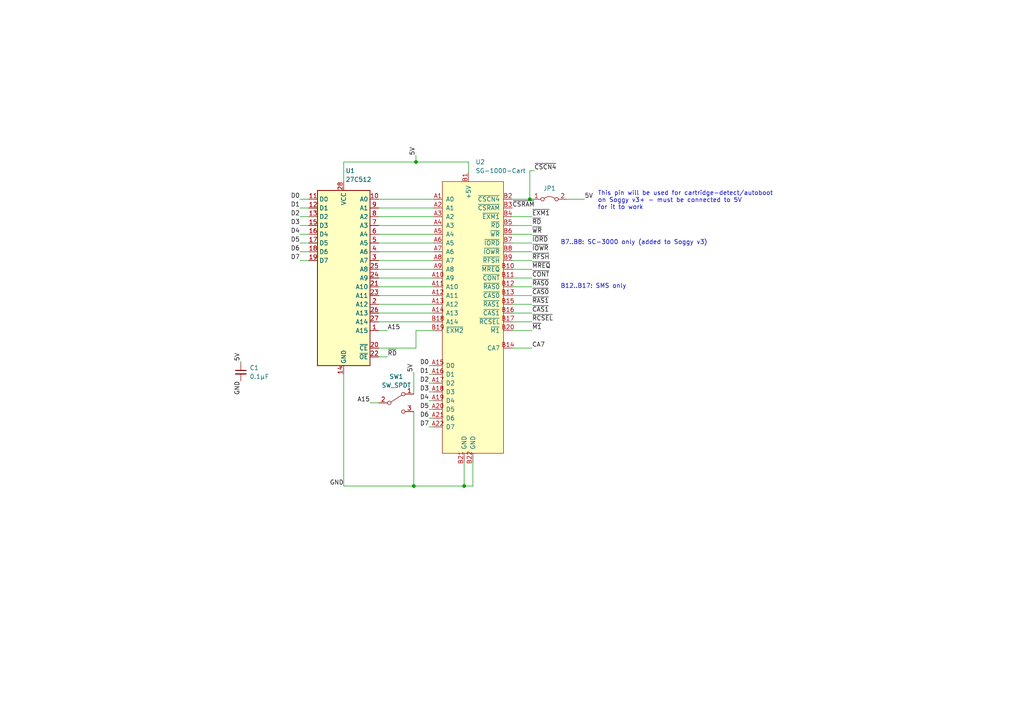
<source format=kicad_sch>
(kicad_sch (version 20211123) (generator eeschema)
  (paper "A4")
  (lib_symbols
    (symbol "Device:C_Small" (pin_numbers hide) (pin_names (offset 0.254) hide)
      (property "Reference" "C" (at 0.254 1.778 0))
      (property "Value" "C_Small" (at 0.254 -2.032 0))
      (symbol "C_Small_0_1"
        (polyline (pts (xy -1.524 -0.508) (xy 1.524 -0.508)) (stroke (width 0.3302)))
        (polyline (pts (xy -1.524 0.508) (xy 1.524 0.508)) (stroke (width 0.3048)))
      )
      (symbol "C_Small_1_1"
        (pin passive line (at 0 2.54 270) (length 2.032) (name "~") (number "1"))
        (pin passive line (at 0 -2.54 90) (length 2.032) (name "~") (number "2"))
      )
    )
    (symbol "Jumper:Jumper_2_Bridged" (pin_names (offset 0) hide)
      (property "Reference" "JP" (at 0 1.905 0))
      (property "Value" "Jumper_2_Bridged" (at 0 -2.54 0))
      (symbol "Jumper_2_Bridged_0_0"
        (circle (center -2.032 0) (radius 0.508))
        (circle (center 2.032 0) (radius 0.508))
      )
      (symbol "Jumper_2_Bridged_0_1"
        (arc (start 1.524 0.254) (mid 0 0.762) (end -1.524 0.254))
      )
      (symbol "Jumper_2_Bridged_1_1"
        (pin passive line (at -5.08 0 0) (length 2.54) (name "A") (number "1"))
        (pin passive line (at 5.08 0 180) (length 2.54) (name "B") (number "2"))
      )
    )
    (symbol "LeadedSolder:SG-1000-Cart" (pin_names (offset 1.016))
      (property "Reference" "U" (at 0 -72.39 0))
      (property "Value" "SG-1000-Cart" (at 0 -69.85 0))
      (symbol "SG-1000-Cart_0_1"
        (rectangle (start -7.62 13.97) (end 10.16 -64.77) (fill (type background)))
      )
      (symbol "SG-1000-Cart_1_1"
        (pin input line (at -10.16 8.89 0) (length 2.54) (name "A0") (number "A1"))
        (pin input line (at -10.16 -13.97 0) (length 2.54) (name "A9") (number "A10"))
        (pin input line (at -10.16 -16.51 0) (length 2.54) (name "A10") (number "A11"))
        (pin input line (at -10.16 -19.05 0) (length 2.54) (name "A11") (number "A12"))
        (pin input line (at -10.16 -21.59 0) (length 2.54) (name "A12") (number "A13"))
        (pin input line (at -10.16 -24.13 0) (length 2.54) (name "A13") (number "A14"))
        (pin bidirectional line (at -10.16 -39.37 0) (length 2.54) (name "D0") (number "A15"))
        (pin bidirectional line (at -10.16 -41.91 0) (length 2.54) (name "D1") (number "A16"))
        (pin bidirectional line (at -10.16 -44.45 0) (length 2.54) (name "D2") (number "A17"))
        (pin bidirectional line (at -10.16 -46.99 0) (length 2.54) (name "D3") (number "A18"))
        (pin bidirectional line (at -10.16 -49.53 0) (length 2.54) (name "D4") (number "A19"))
        (pin input line (at -10.16 6.35 0) (length 2.54) (name "A1") (number "A2"))
        (pin bidirectional line (at -10.16 -52.07 0) (length 2.54) (name "D5") (number "A20"))
        (pin bidirectional line (at -10.16 -54.61 0) (length 2.54) (name "D6") (number "A21"))
        (pin bidirectional line (at -10.16 -57.15 0) (length 2.54) (name "D7") (number "A22"))
        (pin input line (at -10.16 3.81 0) (length 2.54) (name "A2") (number "A3"))
        (pin input line (at -10.16 1.27 0) (length 2.54) (name "A3") (number "A4"))
        (pin input line (at -10.16 -1.27 0) (length 2.54) (name "A4") (number "A5"))
        (pin input line (at -10.16 -3.81 0) (length 2.54) (name "A5") (number "A6"))
        (pin input line (at -10.16 -6.35 0) (length 2.54) (name "A6") (number "A7"))
        (pin input line (at -10.16 -8.89 0) (length 2.54) (name "A7") (number "A8"))
        (pin input line (at -10.16 -11.43 0) (length 2.54) (name "A8") (number "A9"))
        (pin power_in line (at 0 16.51 270) (length 2.54) (name "+5V") (number "B1"))
        (pin input line (at 12.7 -11.43 180) (length 2.54) (name "~{MREQ}") (number "B10"))
        (pin input line (at 12.7 -13.97 180) (length 2.54) (name "~{CONT}") (number "B11"))
        (pin input line (at 12.7 -16.51 180) (length 2.54) (name "~{RAS0}") (number "B12"))
        (pin input line (at 12.7 -19.05 180) (length 2.54) (name "~{CAS0}") (number "B13"))
        (pin input line (at 12.7 -34.29 180) (length 2.54) (name "CA7") (number "B14"))
        (pin input line (at 12.7 -21.59 180) (length 2.54) (name "~{RAS1}") (number "B15"))
        (pin input line (at 12.7 -24.13 180) (length 2.54) (name "~{CAS1}") (number "B16"))
        (pin input line (at 12.7 -26.67 180) (length 2.54) (name "~{RCSEL}") (number "B17"))
        (pin input line (at -10.16 -26.67 0) (length 2.54) (name "A14") (number "B18"))
        (pin input line (at -10.16 -29.21 0) (length 2.54) (name "~{EXM2}") (number "B19"))
        (pin input line (at 12.7 8.89 180) (length 2.54) (name "~{CSCN4}") (number "B2"))
        (pin input line (at 12.7 -29.21 180) (length 2.54) (name "~{M1}") (number "B20"))
        (pin power_in line (at -1.27 -67.31 90) (length 2.54) (name "GND") (number "B21"))
        (pin power_in line (at 1.27 -67.31 90) (length 2.54) (name "GND") (number "B22"))
        (pin input line (at 12.7 6.35 180) (length 2.54) (name "~{CSRAM}") (number "B3"))
        (pin input line (at 12.7 3.81 180) (length 2.54) (name "~{EXM1}") (number "B4"))
        (pin input line (at 12.7 1.27 180) (length 2.54) (name "~{RD}") (number "B5"))
        (pin input line (at 12.7 -1.27 180) (length 2.54) (name "~{WR}") (number "B6"))
        (pin input line (at 12.7 -3.81 180) (length 2.54) (name "~{IORD}") (number "B7"))
        (pin input line (at 12.7 -6.35 180) (length 2.54) (name "~{IOWR}") (number "B8"))
        (pin input line (at 12.7 -8.89 180) (length 2.54) (name "~{RFSH}") (number "B9"))
      )
    )
    (symbol "Memory_EPROM:27C512"
      (property "Reference" "U" (at -7.62 26.67 0))
      (property "Value" "27C512" (at 2.54 -26.67 0))
      (symbol "27C512_1_1"
        (rectangle (start -7.62 25.4) (end 7.62 -25.4) (stroke (width 0.254)) (fill (type background)))
        (pin input line (at -10.16 -15.24 0) (length 2.54) (name "A15") (number "1"))
        (pin input line (at -10.16 22.86 0) (length 2.54) (name "A0") (number "10"))
        (pin tri_state line (at 10.16 22.86 180) (length 2.54) (name "D0") (number "11"))
        (pin tri_state line (at 10.16 20.32 180) (length 2.54) (name "D1") (number "12"))
        (pin tri_state line (at 10.16 17.78 180) (length 2.54) (name "D2") (number "13"))
        (pin power_in line (at 0 -27.94 90) (length 2.54) (name "GND") (number "14"))
        (pin tri_state line (at 10.16 15.24 180) (length 2.54) (name "D3") (number "15"))
        (pin tri_state line (at 10.16 12.7 180) (length 2.54) (name "D4") (number "16"))
        (pin tri_state line (at 10.16 10.16 180) (length 2.54) (name "D5") (number "17"))
        (pin tri_state line (at 10.16 7.62 180) (length 2.54) (name "D6") (number "18"))
        (pin tri_state line (at 10.16 5.08 180) (length 2.54) (name "D7") (number "19"))
        (pin input line (at -10.16 -7.62 0) (length 2.54) (name "A12") (number "2"))
        (pin input line (at -10.16 -20.32 0) (length 2.54) (name "~{CE}") (number "20"))
        (pin input line (at -10.16 -2.54 0) (length 2.54) (name "A10") (number "21"))
        (pin input line (at -10.16 -22.86 0) (length 2.54) (name "~{OE}") (number "22"))
        (pin input line (at -10.16 -5.08 0) (length 2.54) (name "A11") (number "23"))
        (pin input line (at -10.16 0 0) (length 2.54) (name "A9") (number "24"))
        (pin input line (at -10.16 2.54 0) (length 2.54) (name "A8") (number "25"))
        (pin input line (at -10.16 -10.16 0) (length 2.54) (name "A13") (number "26"))
        (pin input line (at -10.16 -12.7 0) (length 2.54) (name "A14") (number "27"))
        (pin power_in line (at 0 27.94 270) (length 2.54) (name "VCC") (number "28"))
        (pin input line (at -10.16 5.08 0) (length 2.54) (name "A7") (number "3"))
        (pin input line (at -10.16 7.62 0) (length 2.54) (name "A6") (number "4"))
        (pin input line (at -10.16 10.16 0) (length 2.54) (name "A5") (number "5"))
        (pin input line (at -10.16 12.7 0) (length 2.54) (name "A4") (number "6"))
        (pin input line (at -10.16 15.24 0) (length 2.54) (name "A3") (number "7"))
        (pin input line (at -10.16 17.78 0) (length 2.54) (name "A2") (number "8"))
        (pin input line (at -10.16 20.32 0) (length 2.54) (name "A1") (number "9"))
      )
    )
    (symbol "Switch:SW_SPDT" (pin_names (offset 0) hide)
      (property "Reference" "SW" (at 0 4.318 0))
      (property "Value" "SW_SPDT" (at 0 -5.08 0))
      (symbol "SW_SPDT_0_0"
        (circle (center -2.032 0) (radius 0.508))
        (circle (center 2.032 -2.54) (radius 0.508))
      )
      (symbol "SW_SPDT_0_1"
        (polyline (pts (xy -1.524 0.254) (xy 1.651 2.286)))
        (circle (center 2.032 2.54) (radius 0.508))
      )
      (symbol "SW_SPDT_1_1"
        (pin passive line (at 5.08 2.54 180) (length 2.54) (name "A") (number "1"))
        (pin passive line (at -5.08 0 0) (length 2.54) (name "B") (number "2"))
        (pin passive line (at 5.08 -2.54 180) (length 2.54) (name "C") (number "3"))
      )
    )
  )
  (junction (at 153.67 57.785))
  (junction (at 134.62 140.97))
  (junction (at 120.65 46.99))
  (junction (at 120.015 140.97))
  (wire (pts (xy 109.855 62.865) (xy 125.73 62.865)))
  (wire (pts (xy 124.46 123.825) (xy 125.73 123.825)))
  (wire (pts (xy 109.855 103.505) (xy 112.395 103.505)))
  (wire (pts (xy 120.65 46.99) (xy 135.89 46.99)))
  (wire (pts (xy 109.855 57.785) (xy 125.73 57.785)))
  (wire (pts (xy 109.855 95.885) (xy 112.395 95.885)))
  (wire (pts (xy 124.46 108.585) (xy 125.73 108.585)))
  (wire (pts (xy 109.855 60.325) (xy 125.73 60.325)))
  (wire (pts (xy 69.85 104.775) (xy 69.85 105.41)))
  (wire (pts (xy 148.59 83.185) (xy 154.305 83.185)))
  (wire (pts (xy 109.855 85.725) (xy 125.73 85.725)))
  (wire (pts (xy 148.59 62.865) (xy 154.305 62.865)))
  (wire (pts (xy 148.59 90.805) (xy 154.305 90.805)))
  (wire (pts (xy 153.67 57.785) (xy 154.305 57.785)))
  (wire (pts (xy 124.46 113.665) (xy 125.73 113.665)))
  (wire (pts (xy 109.855 78.105) (xy 125.73 78.105)))
  (wire (pts (xy 148.59 100.965) (xy 154.305 100.965)))
  (wire (pts (xy 99.695 140.97) (xy 120.015 140.97)))
  (wire (pts (xy 153.67 49.53) (xy 153.67 57.785)))
  (wire (pts (xy 86.995 75.565) (xy 89.535 75.565)))
  (wire (pts (xy 137.16 140.97) (xy 137.16 133.985)))
  (wire (pts (xy 120.65 46.99) (xy 99.695 46.99)))
  (wire (pts (xy 109.855 75.565) (xy 125.73 75.565)))
  (wire (pts (xy 148.59 85.725) (xy 154.305 85.725)))
  (wire (pts (xy 134.62 140.97) (xy 137.16 140.97)))
  (wire (pts (xy 109.855 67.945) (xy 125.73 67.945)))
  (wire (pts (xy 109.855 80.645) (xy 125.73 80.645)))
  (wire (pts (xy 124.46 111.125) (xy 125.73 111.125)))
  (wire (pts (xy 107.315 116.84) (xy 109.855 116.84)))
  (wire (pts (xy 109.855 73.025) (xy 125.73 73.025)))
  (wire (pts (xy 120.65 100.965) (xy 109.855 100.965)))
  (wire (pts (xy 135.89 46.99) (xy 135.89 50.165)))
  (wire (pts (xy 124.46 116.205) (xy 125.73 116.205)))
  (wire (pts (xy 120.015 140.97) (xy 134.62 140.97)))
  (wire (pts (xy 86.995 67.945) (xy 89.535 67.945)))
  (wire (pts (xy 148.59 78.105) (xy 154.305 78.105)))
  (wire (pts (xy 109.855 88.265) (xy 125.73 88.265)))
  (wire (pts (xy 109.855 90.805) (xy 125.73 90.805)))
  (wire (pts (xy 99.695 108.585) (xy 99.695 140.97)))
  (wire (pts (xy 109.855 93.345) (xy 125.73 93.345)))
  (wire (pts (xy 148.59 65.405) (xy 154.305 65.405)))
  (wire (pts (xy 120.015 107.95) (xy 120.015 114.3)))
  (wire (pts (xy 109.855 65.405) (xy 125.73 65.405)))
  (wire (pts (xy 86.995 70.485) (xy 89.535 70.485)))
  (wire (pts (xy 120.65 45.085) (xy 120.65 46.99)))
  (wire (pts (xy 86.995 73.025) (xy 89.535 73.025)))
  (wire (pts (xy 120.65 95.885) (xy 120.65 100.965)))
  (wire (pts (xy 148.59 70.485) (xy 154.305 70.485)))
  (wire (pts (xy 86.995 57.785) (xy 89.535 57.785)))
  (wire (pts (xy 124.46 106.045) (xy 125.73 106.045)))
  (wire (pts (xy 124.46 121.285) (xy 125.73 121.285)))
  (wire (pts (xy 125.73 95.885) (xy 120.65 95.885)))
  (wire (pts (xy 109.855 83.185) (xy 125.73 83.185)))
  (wire (pts (xy 109.855 70.485) (xy 125.73 70.485)))
  (wire (pts (xy 154.94 49.53) (xy 153.67 49.53)))
  (wire (pts (xy 86.995 60.325) (xy 89.535 60.325)))
  (wire (pts (xy 148.59 67.945) (xy 154.305 67.945)))
  (wire (pts (xy 86.995 65.405) (xy 89.535 65.405)))
  (wire (pts (xy 120.015 119.38) (xy 120.015 140.97)))
  (wire (pts (xy 148.59 73.025) (xy 154.305 73.025)))
  (wire (pts (xy 148.59 88.265) (xy 154.305 88.265)))
  (wire (pts (xy 99.695 46.99) (xy 99.695 52.705)))
  (wire (pts (xy 134.62 133.985) (xy 134.62 140.97)))
  (wire (pts (xy 148.59 95.885) (xy 154.305 95.885)))
  (wire (pts (xy 124.46 118.745) (xy 125.73 118.745)))
  (wire (pts (xy 148.59 57.785) (xy 153.67 57.785)))
  (wire (pts (xy 148.59 80.645) (xy 154.305 80.645)))
  (wire (pts (xy 164.465 57.785) (xy 169.545 57.785)))
  (wire (pts (xy 148.59 93.345) (xy 154.305 93.345)))
  (wire (pts (xy 86.995 62.865) (xy 89.535 62.865)))
  (wire (pts (xy 148.59 75.565) (xy 154.305 75.565)))
  (text "B12..B17: SMS only" (at 162.56 83.82 0) (effects (font (size 1.27 1.27)) (justify left bottom)))
  (text "This pin will be used for cartridge-detect/autoboot\non Soggy v3+ - must be connected to 5V\nfor it to work" (at 173.355 60.96 0) (effects (font (size 1.27 1.27)) (justify left bottom)))
  (text "B7..B8: SC-3000 only (added to Soggy v3)" (at 162.56 71.12 0) (effects (font (size 1.27 1.27)) (justify left bottom)))
  (label "D1" (at 86.995 60.325 180))
  (label "~{WR}" (at 154.305 67.945 0))
  (label "D0" (at 86.995 57.785 180))
  (label "D4" (at 124.46 116.205 180))
  (label "D0" (at 124.46 106.045 180))
  (label "~{RFSH}" (at 154.305 75.565 0))
  (label "~{EXM1}" (at 154.305 62.865 0))
  (label "D2" (at 124.46 111.125 180))
  (label "D4" (at 86.995 67.945 180))
  (label "5V" (at 120.015 107.95 90))
  (label "~{RAS1}" (at 154.305 88.265 0))
  (label "A15" (at 112.395 95.885 0))
  (label "D6" (at 86.995 73.025 180))
  (label "~{RAS0}" (at 154.305 83.185 0))
  (label "D5" (at 124.46 118.745 180))
  (label "CA7" (at 154.305 100.965 0))
  (label "~{CSRAM}" (at 148.59 60.325 0))
  (label "~{CAS0}" (at 154.305 85.725 0))
  (label "~{RCSEL}" (at 154.305 93.345 0))
  (label "~{RD}" (at 154.305 65.405 0))
  (label "5V" (at 169.545 57.785 0))
  (label "D7" (at 86.995 75.565 180))
  (label "~{MREQ}" (at 154.305 78.105 0))
  (label "D5" (at 86.995 70.485 180))
  (label "D3" (at 86.995 65.405 180))
  (label "~{IORD}" (at 154.305 70.485 0))
  (label "~{CAS1}" (at 154.305 90.805 0))
  (label "GND" (at 99.695 140.97 180))
  (label "5V" (at 69.85 104.775 90))
  (label "~{RD}" (at 112.395 103.505 0))
  (label "~{CSCN4}" (at 154.94 49.53 0))
  (label "~{M1}" (at 154.305 95.885 0))
  (label "A15" (at 107.315 116.84 180))
  (label "~{CONT}" (at 154.305 80.645 0))
  (label "D7" (at 124.46 123.825 180))
  (label "D1" (at 124.46 108.585 180))
  (label "D2" (at 86.995 62.865 180))
  (label "~{IOWR}" (at 154.305 73.025 0))
  (label "D6" (at 124.46 121.285 180))
  (label "GND" (at 69.85 110.49 270))
  (label "D3" (at 124.46 113.665 180))
  (label "5V" (at 120.65 45.085 90))
  (symbol (lib_id "Device:C_Small") (at 69.85 107.95 0) (unit 1)
    (property "Reference" "C1" (at 72.39 106.6862 0) (effects (justify left)))
    (property "Value" "0.1µF" (at 72.39 109.2262 0) (effects (justify left)))
    (property "Footprint" "Capacitor_THT:C_Disc_D6.0mm_W2.5mm_P5.00mm" (effects hide))
  )
  (symbol (lib_id "Memory_EPROM:27C512") (at 99.695 80.645 0) (mirror y) (unit 1)
    (property "Reference" "U1" (at 100.2156 49.53 0) (effects (justify right)))
    (property "Value" "27C512" (at 100.2156 52.07 0) (effects (justify right)))
    (property "Footprint" "Socket:DIP_Socket-28_W11.9_W12.7_W15.24_W17.78_W18.5_3M_228-1277-00-0602J" (effects hide))
    (property "Datasheet" "http://ww1.microchip.com/downloads/en/DeviceDoc/doc0015.pdf" (effects hide))
  )
  (symbol (lib_id "LeadedSolder:SG-1000-Cart") (at 135.89 66.675 0) (unit 1)
    (property "Reference" "U2" (at 137.9094 46.99 0) (effects (justify left)))
    (property "Value" "SG-1000-Cart" (at 137.9094 49.53 0) (effects (justify left)))
    (property "Footprint" "SoggyCartridge:CartridgeEdge" (effects hide))
  )
  (symbol (lib_id "Jumper:Jumper_2_Bridged") (at 159.385 57.785 0) (unit 1)
    (property "Reference" "JP1" (at 159.385 54.61 0))
    (property "Value" "Jumper_2_Bridged" (effects hide))
    (property "Footprint" "Jumper:SolderJumper-2_P1.3mm_Bridged_RoundedPad1.0x1.5mm" (effects hide))
  )
  (symbol (lib_id "Switch:SW_SPDT") (at 114.935 116.84 0) (unit 1)
    (property "Reference" "SW1" (at 114.935 109.22 0))
    (property "Value" "SW_SPDT" (at 114.935 111.76 0))
    (property "Footprint" "Connector_PinHeader_2.54mm:PinHeader_1x03_P2.54mm_Vertical" (effects hide))
  )
)
</source>
